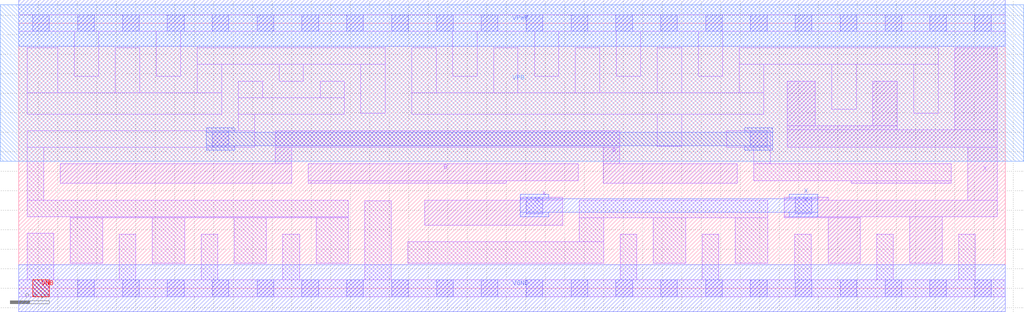
<source format=lef>
# Copyright 2020 The SkyWater PDK Authors
#
# Licensed under the Apache License, Version 2.0 (the "License");
# you may not use this file except in compliance with the License.
# You may obtain a copy of the License at
#
#     https://www.apache.org/licenses/LICENSE-2.0
#
# Unless required by applicable law or agreed to in writing, software
# distributed under the License is distributed on an "AS IS" BASIS,
# WITHOUT WARRANTIES OR CONDITIONS OF ANY KIND, either express or implied.
# See the License for the specific language governing permissions and
# limitations under the License.
#
# SPDX-License-Identifier: Apache-2.0

VERSION 5.7 ;
  NOWIREEXTENSIONATPIN ON ;
  DIVIDERCHAR "/" ;
  BUSBITCHARS "[]" ;
MACRO sky130_fd_sc_hd__xor2_4
  CLASS CORE ;
  FOREIGN sky130_fd_sc_hd__xor2_4 ;
  ORIGIN  0.000000  0.000000 ;
  SIZE  10.12000 BY  2.720000 ;
  SYMMETRY X Y R90 ;
  SITE unithd ;
  PIN A
    ANTENNAGATEAREA  1.980000 ;
    DIRECTION INPUT ;
    USE SIGNAL ;
    PORT
      LAYER li1 ;
        RECT 0.425000 1.075000 2.800000 1.275000 ;
        RECT 2.630000 1.275000 2.800000 1.445000 ;
        RECT 2.630000 1.445000 6.165000 1.615000 ;
        RECT 5.995000 1.075000 7.370000 1.275000 ;
        RECT 5.995000 1.275000 6.165000 1.445000 ;
    END
  END A
  PIN B
    ANTENNAGATEAREA  1.980000 ;
    DIRECTION INPUT ;
    USE SIGNAL ;
    PORT
      LAYER li1 ;
        RECT 2.970000 1.075000 5.000000 1.105000 ;
        RECT 2.970000 1.105000 5.740000 1.275000 ;
    END
  END B
  PIN VNB
    PORT
      LAYER pwell ;
        RECT 0.145000 -0.085000 0.315000 0.085000 ;
    END
  END VNB
  PIN VPB
    PORT
      LAYER nwell ;
        RECT -0.190000 1.305000 10.310000 2.910000 ;
    END
  END VPB
  PIN X
    ANTENNADIFFAREA  1.524450 ;
    DIRECTION OUTPUT ;
    USE SIGNAL ;
    PORT
      LAYER li1 ;
        RECT 4.165000 0.645000 5.580000 0.905000 ;
        RECT 5.150000 0.905000 5.580000 0.935000 ;
      LAYER mcon ;
        RECT 5.205000 0.765000 5.375000 0.935000 ;
    END
    PORT
      LAYER li1 ;
        RECT 7.850000 0.725000  8.630000 0.735000 ;
        RECT 7.850000 0.735000 10.035000 0.905000 ;
        RECT 7.850000 0.905000  8.305000 0.935000 ;
        RECT 7.880000 1.445000 10.035000 1.625000 ;
        RECT 7.880000 1.625000  9.010000 1.665000 ;
        RECT 7.880000 1.665000  8.170000 2.125000 ;
        RECT 8.300000 0.255000  8.630000 0.725000 ;
        RECT 8.760000 1.665000  9.010000 2.125000 ;
        RECT 9.140000 0.255000  9.470000 0.735000 ;
        RECT 9.600000 1.625000 10.035000 2.465000 ;
        RECT 9.735000 0.905000 10.035000 1.445000 ;
      LAYER mcon ;
        RECT 7.965000 0.765000 8.135000 0.935000 ;
    END
    PORT
      LAYER met1 ;
        RECT 5.145000 0.735000 5.435000 0.780000 ;
        RECT 5.145000 0.780000 8.195000 0.920000 ;
        RECT 5.145000 0.920000 5.435000 0.965000 ;
        RECT 7.905000 0.735000 8.195000 0.780000 ;
        RECT 7.905000 0.920000 8.195000 0.965000 ;
    END
  END X
  PIN VGND
    DIRECTION INOUT ;
    SHAPE ABUTMENT ;
    USE GROUND ;
    PORT
      LAYER met1 ;
        RECT 0.000000 -0.240000 10.120000 0.240000 ;
    END
  END VGND
  PIN VPWR
    DIRECTION INOUT ;
    SHAPE ABUTMENT ;
    USE POWER ;
    PORT
      LAYER met1 ;
        RECT 0.000000 2.480000 10.120000 2.960000 ;
    END
  END VPWR
  OBS
    LAYER li1 ;
      RECT 0.000000 -0.085000 10.120000 0.085000 ;
      RECT 0.000000  2.635000 10.120000 2.805000 ;
      RECT 0.085000  0.085000  0.360000 0.565000 ;
      RECT 0.085000  0.735000  3.380000 0.905000 ;
      RECT 0.085000  0.905000  0.255000 1.445000 ;
      RECT 0.085000  1.445000  2.420000 1.615000 ;
      RECT 0.085000  1.785000  2.080000 2.005000 ;
      RECT 0.085000  2.005000  0.400000 2.465000 ;
      RECT 0.530000  0.255000  0.860000 0.725000 ;
      RECT 0.530000  0.725000  3.380000 0.735000 ;
      RECT 0.570000  2.175000  0.820000 2.635000 ;
      RECT 0.990000  2.005000  1.240000 2.465000 ;
      RECT 1.030000  0.085000  1.200000 0.555000 ;
      RECT 1.370000  0.255000  1.700000 0.725000 ;
      RECT 1.410000  2.175000  1.660000 2.635000 ;
      RECT 1.830000  2.005000  2.080000 2.295000 ;
      RECT 1.830000  2.295000  3.760000 2.465000 ;
      RECT 1.870000  0.085000  2.040000 0.555000 ;
      RECT 2.210000  0.255000  2.540000 0.725000 ;
      RECT 2.250000  1.615000  2.420000 1.785000 ;
      RECT 2.250000  1.785000  3.340000 1.955000 ;
      RECT 2.250000  1.955000  2.500000 2.125000 ;
      RECT 2.670000  2.125000  2.920000 2.295000 ;
      RECT 2.710000  0.085000  2.880000 0.555000 ;
      RECT 3.050000  0.255000  3.380000 0.725000 ;
      RECT 3.090000  1.955000  3.340000 2.125000 ;
      RECT 3.510000  1.795000  3.760000 2.295000 ;
      RECT 3.550000  0.085000  3.820000 0.895000 ;
      RECT 3.990000  0.255000  6.000000 0.475000 ;
      RECT 4.030000  1.785000  7.640000 2.005000 ;
      RECT 4.030000  2.005000  4.280000 2.465000 ;
      RECT 4.450000  2.175000  4.700000 2.635000 ;
      RECT 4.870000  2.005000  5.120000 2.465000 ;
      RECT 5.290000  2.175000  5.540000 2.635000 ;
      RECT 5.710000  2.005000  5.960000 2.465000 ;
      RECT 5.750000  0.475000  6.000000 0.725000 ;
      RECT 5.750000  0.725000  7.680000 0.905000 ;
      RECT 6.130000  2.175000  6.380000 2.635000 ;
      RECT 6.170000  0.085000  6.340000 0.555000 ;
      RECT 6.510000  0.255000  6.840000 0.725000 ;
      RECT 6.550000  1.455000  6.800000 1.785000 ;
      RECT 6.550000  2.005000  6.800000 2.465000 ;
      RECT 6.970000  2.175000  7.220000 2.635000 ;
      RECT 7.010000  0.085000  7.180000 0.555000 ;
      RECT 7.260000  1.445000  7.710000 1.615000 ;
      RECT 7.350000  0.255000  7.680000 0.725000 ;
      RECT 7.390000  2.005000  7.640000 2.295000 ;
      RECT 7.390000  2.295000  9.430000 2.465000 ;
      RECT 7.540000  1.105000  9.565000 1.275000 ;
      RECT 7.540000  1.275000  7.710000 1.445000 ;
      RECT 7.960000  0.085000  8.130000 0.555000 ;
      RECT 8.340000  1.835000  8.590000 2.295000 ;
      RECT 8.540000  1.075000  9.565000 1.105000 ;
      RECT 8.800000  0.085000  8.970000 0.555000 ;
      RECT 9.180000  1.795000  9.430000 2.295000 ;
      RECT 9.640000  0.085000  9.810000 0.555000 ;
    LAYER mcon ;
      RECT 0.145000 -0.085000 0.315000 0.085000 ;
      RECT 0.145000  2.635000 0.315000 2.805000 ;
      RECT 0.605000 -0.085000 0.775000 0.085000 ;
      RECT 0.605000  2.635000 0.775000 2.805000 ;
      RECT 1.065000 -0.085000 1.235000 0.085000 ;
      RECT 1.065000  2.635000 1.235000 2.805000 ;
      RECT 1.525000 -0.085000 1.695000 0.085000 ;
      RECT 1.525000  2.635000 1.695000 2.805000 ;
      RECT 1.985000 -0.085000 2.155000 0.085000 ;
      RECT 1.985000  1.445000 2.155000 1.615000 ;
      RECT 1.985000  2.635000 2.155000 2.805000 ;
      RECT 2.445000 -0.085000 2.615000 0.085000 ;
      RECT 2.445000  2.635000 2.615000 2.805000 ;
      RECT 2.905000 -0.085000 3.075000 0.085000 ;
      RECT 2.905000  2.635000 3.075000 2.805000 ;
      RECT 3.365000 -0.085000 3.535000 0.085000 ;
      RECT 3.365000  2.635000 3.535000 2.805000 ;
      RECT 3.825000 -0.085000 3.995000 0.085000 ;
      RECT 3.825000  2.635000 3.995000 2.805000 ;
      RECT 4.285000 -0.085000 4.455000 0.085000 ;
      RECT 4.285000  2.635000 4.455000 2.805000 ;
      RECT 4.745000 -0.085000 4.915000 0.085000 ;
      RECT 4.745000  2.635000 4.915000 2.805000 ;
      RECT 5.205000 -0.085000 5.375000 0.085000 ;
      RECT 5.205000  2.635000 5.375000 2.805000 ;
      RECT 5.665000 -0.085000 5.835000 0.085000 ;
      RECT 5.665000  2.635000 5.835000 2.805000 ;
      RECT 6.125000 -0.085000 6.295000 0.085000 ;
      RECT 6.125000  2.635000 6.295000 2.805000 ;
      RECT 6.585000 -0.085000 6.755000 0.085000 ;
      RECT 6.585000  2.635000 6.755000 2.805000 ;
      RECT 7.045000 -0.085000 7.215000 0.085000 ;
      RECT 7.045000  2.635000 7.215000 2.805000 ;
      RECT 7.505000 -0.085000 7.675000 0.085000 ;
      RECT 7.505000  1.445000 7.675000 1.615000 ;
      RECT 7.505000  2.635000 7.675000 2.805000 ;
      RECT 7.965000 -0.085000 8.135000 0.085000 ;
      RECT 7.965000  2.635000 8.135000 2.805000 ;
      RECT 8.425000 -0.085000 8.595000 0.085000 ;
      RECT 8.425000  2.635000 8.595000 2.805000 ;
      RECT 8.885000 -0.085000 9.055000 0.085000 ;
      RECT 8.885000  2.635000 9.055000 2.805000 ;
      RECT 9.345000 -0.085000 9.515000 0.085000 ;
      RECT 9.345000  2.635000 9.515000 2.805000 ;
      RECT 9.805000 -0.085000 9.975000 0.085000 ;
      RECT 9.805000  2.635000 9.975000 2.805000 ;
    LAYER met1 ;
      RECT 1.925000 1.415000 2.215000 1.460000 ;
      RECT 1.925000 1.460000 7.735000 1.600000 ;
      RECT 1.925000 1.600000 2.215000 1.645000 ;
      RECT 7.445000 1.415000 7.735000 1.460000 ;
      RECT 7.445000 1.600000 7.735000 1.645000 ;
  END
END sky130_fd_sc_hd__xor2_4
END LIBRARY

</source>
